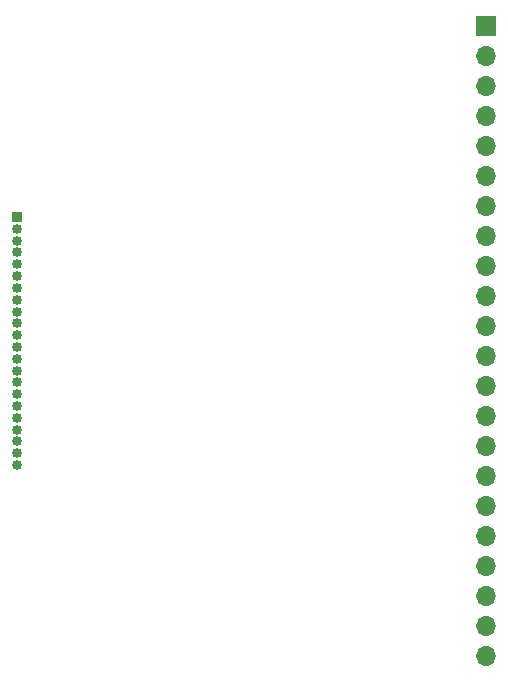
<source format=gbl>
G04 #@! TF.GenerationSoftware,KiCad,Pcbnew,(6.0.6)*
G04 #@! TF.CreationDate,2022-06-27T20:12:47-07:00*
G04 #@! TF.ProjectId,adapter,61646170-7465-4722-9e6b-696361645f70,rev?*
G04 #@! TF.SameCoordinates,Original*
G04 #@! TF.FileFunction,Copper,L2,Bot*
G04 #@! TF.FilePolarity,Positive*
%FSLAX46Y46*%
G04 Gerber Fmt 4.6, Leading zero omitted, Abs format (unit mm)*
G04 Created by KiCad (PCBNEW (6.0.6)) date 2022-06-27 20:12:47*
%MOMM*%
%LPD*%
G01*
G04 APERTURE LIST*
G04 #@! TA.AperFunction,ComponentPad*
%ADD10O,0.850000X0.850000*%
G04 #@! TD*
G04 #@! TA.AperFunction,ComponentPad*
%ADD11R,0.850000X0.850000*%
G04 #@! TD*
G04 #@! TA.AperFunction,ComponentPad*
%ADD12R,1.700000X1.700000*%
G04 #@! TD*
G04 #@! TA.AperFunction,ComponentPad*
%ADD13O,1.700000X1.700000*%
G04 #@! TD*
G04 APERTURE END LIST*
D10*
X105750000Y-105000000D03*
X105750000Y-104000000D03*
X105750000Y-103000000D03*
X105750000Y-102000000D03*
X105750000Y-101000000D03*
X105750000Y-100000000D03*
X105750000Y-99000000D03*
X105750000Y-98000000D03*
X105750000Y-97000000D03*
X105750000Y-96000000D03*
X105750000Y-95000000D03*
X105750000Y-94000000D03*
X105750000Y-93000000D03*
X105750000Y-92000000D03*
X105750000Y-91000000D03*
X105750000Y-90000000D03*
X105750000Y-89000000D03*
X105750000Y-88000000D03*
X105750000Y-87000000D03*
X105750000Y-86000000D03*
X105750000Y-85000000D03*
D11*
X105750000Y-84000000D03*
D12*
X145462500Y-67800000D03*
D13*
X145462500Y-70340000D03*
X145462500Y-72880000D03*
X145462500Y-75420000D03*
X145462500Y-77960000D03*
X145462500Y-80500000D03*
X145462500Y-83040000D03*
X145462500Y-85580000D03*
X145462500Y-88120000D03*
X145462500Y-90660000D03*
X145462500Y-93200000D03*
X145462500Y-95740000D03*
X145462500Y-98280000D03*
X145462500Y-100820000D03*
X145462500Y-103360000D03*
X145462500Y-105900000D03*
X145462500Y-108440000D03*
X145462500Y-110980000D03*
X145462500Y-113520000D03*
X145462500Y-116060000D03*
X145462500Y-118600000D03*
X145462500Y-121140000D03*
M02*

</source>
